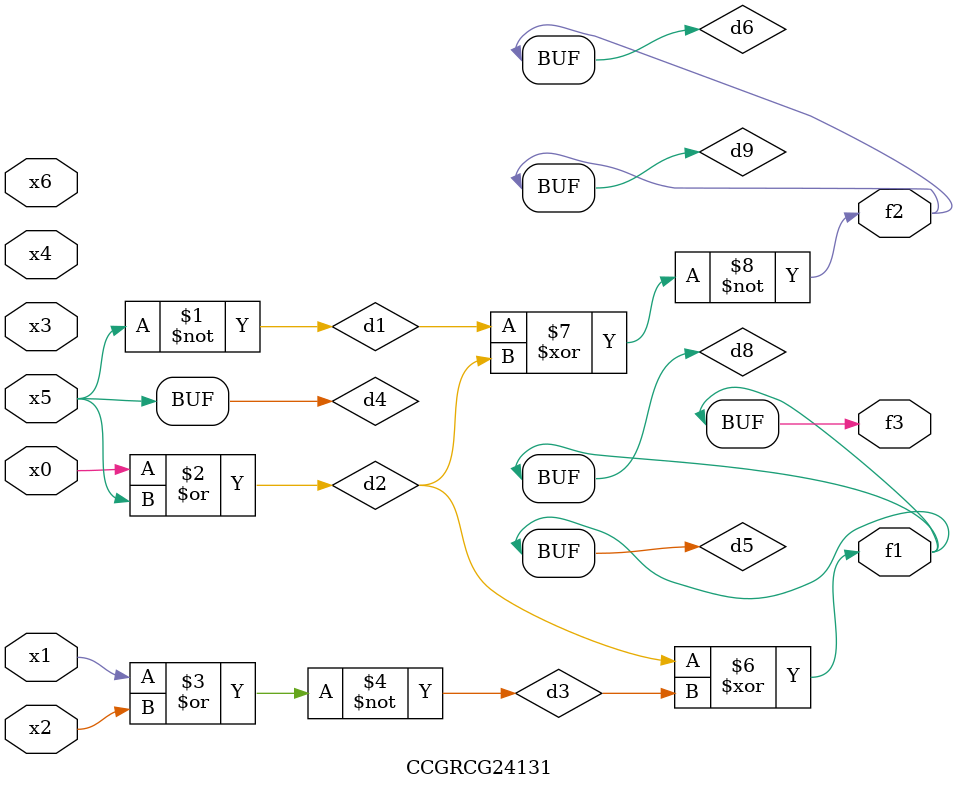
<source format=v>
module CCGRCG24131(
	input x0, x1, x2, x3, x4, x5, x6,
	output f1, f2, f3
);

	wire d1, d2, d3, d4, d5, d6, d7, d8, d9;

	nand (d1, x5);
	or (d2, x0, x5);
	nor (d3, x1, x2);
	xnor (d4, d1);
	xor (d5, d2, d3);
	xnor (d6, d1, d2);
	not (d7, x4);
	buf (d8, d5);
	xor (d9, d6);
	assign f1 = d8;
	assign f2 = d9;
	assign f3 = d8;
endmodule

</source>
